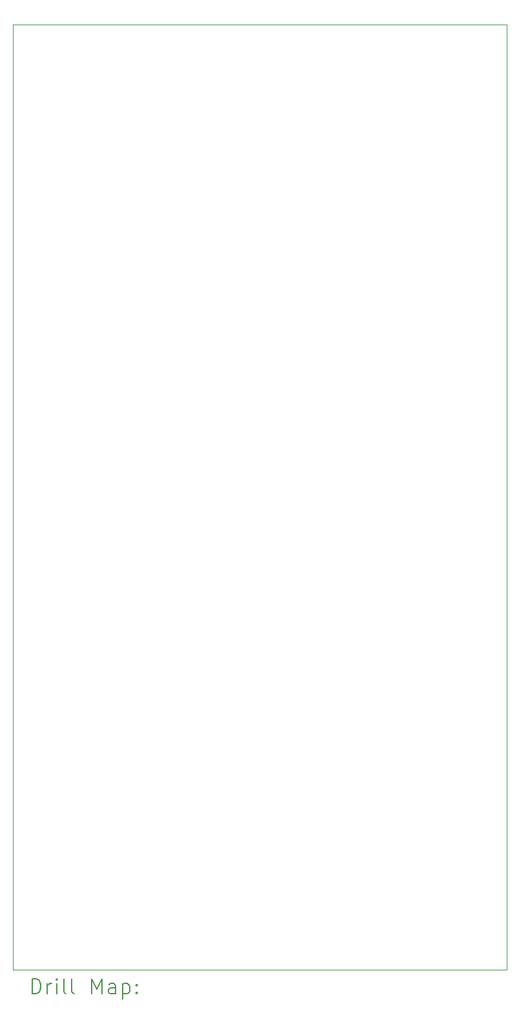
<source format=gbr>
%TF.GenerationSoftware,KiCad,Pcbnew,(6.0.9)*%
%TF.CreationDate,2023-07-15T07:21:42-07:00*%
%TF.ProjectId,canbuz-1977-vw-bus-ecu,63616e62-757a-42d3-9139-37372d76772d,rev?*%
%TF.SameCoordinates,Original*%
%TF.FileFunction,Drillmap*%
%TF.FilePolarity,Positive*%
%FSLAX45Y45*%
G04 Gerber Fmt 4.5, Leading zero omitted, Abs format (unit mm)*
G04 Created by KiCad (PCBNEW (6.0.9)) date 2023-07-15 07:21:42*
%MOMM*%
%LPD*%
G01*
G04 APERTURE LIST*
%ADD10C,0.100000*%
%ADD11C,0.200000*%
G04 APERTURE END LIST*
D10*
X10160000Y-4000500D02*
X3683000Y-4000500D01*
X3683000Y-16383000D02*
X10160000Y-16383000D01*
X3683000Y-4000500D02*
X3683000Y-16383000D01*
X10160000Y-16383000D02*
X10160000Y-4000500D01*
D11*
X3935619Y-16698476D02*
X3935619Y-16498476D01*
X3983238Y-16498476D01*
X4011809Y-16508000D01*
X4030857Y-16527048D01*
X4040381Y-16546095D01*
X4049905Y-16584190D01*
X4049905Y-16612762D01*
X4040381Y-16650857D01*
X4030857Y-16669905D01*
X4011809Y-16688952D01*
X3983238Y-16698476D01*
X3935619Y-16698476D01*
X4135619Y-16698476D02*
X4135619Y-16565143D01*
X4135619Y-16603238D02*
X4145143Y-16584190D01*
X4154667Y-16574667D01*
X4173714Y-16565143D01*
X4192762Y-16565143D01*
X4259429Y-16698476D02*
X4259429Y-16565143D01*
X4259429Y-16498476D02*
X4249905Y-16508000D01*
X4259429Y-16517524D01*
X4268952Y-16508000D01*
X4259429Y-16498476D01*
X4259429Y-16517524D01*
X4383238Y-16698476D02*
X4364190Y-16688952D01*
X4354667Y-16669905D01*
X4354667Y-16498476D01*
X4488000Y-16698476D02*
X4468952Y-16688952D01*
X4459429Y-16669905D01*
X4459429Y-16498476D01*
X4716571Y-16698476D02*
X4716571Y-16498476D01*
X4783238Y-16641333D01*
X4849905Y-16498476D01*
X4849905Y-16698476D01*
X5030857Y-16698476D02*
X5030857Y-16593714D01*
X5021333Y-16574667D01*
X5002286Y-16565143D01*
X4964190Y-16565143D01*
X4945143Y-16574667D01*
X5030857Y-16688952D02*
X5011810Y-16698476D01*
X4964190Y-16698476D01*
X4945143Y-16688952D01*
X4935619Y-16669905D01*
X4935619Y-16650857D01*
X4945143Y-16631809D01*
X4964190Y-16622286D01*
X5011810Y-16622286D01*
X5030857Y-16612762D01*
X5126095Y-16565143D02*
X5126095Y-16765143D01*
X5126095Y-16574667D02*
X5145143Y-16565143D01*
X5183238Y-16565143D01*
X5202286Y-16574667D01*
X5211810Y-16584190D01*
X5221333Y-16603238D01*
X5221333Y-16660381D01*
X5211810Y-16679428D01*
X5202286Y-16688952D01*
X5183238Y-16698476D01*
X5145143Y-16698476D01*
X5126095Y-16688952D01*
X5307048Y-16679428D02*
X5316571Y-16688952D01*
X5307048Y-16698476D01*
X5297524Y-16688952D01*
X5307048Y-16679428D01*
X5307048Y-16698476D01*
X5307048Y-16574667D02*
X5316571Y-16584190D01*
X5307048Y-16593714D01*
X5297524Y-16584190D01*
X5307048Y-16574667D01*
X5307048Y-16593714D01*
M02*

</source>
